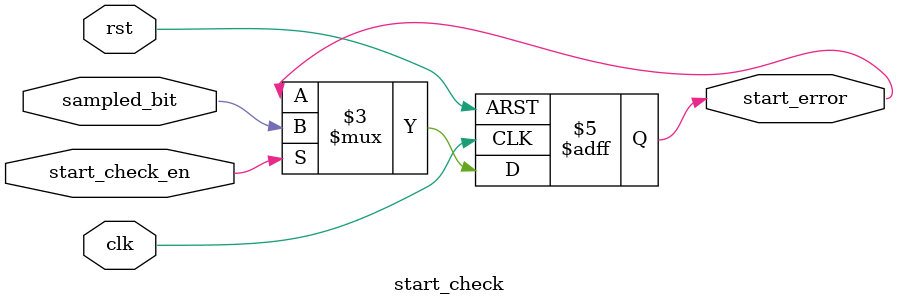
<source format=v>
`timescale 1ns / 1ps

 module start_check (clk, rst, sampled_bit, start_check_en, start_error);
    input clk, rst, sampled_bit;
    input start_check_en;
    
    output reg start_error;
    
    always @(posedge clk, negedge rst) begin
        if(!rst)
            start_error <= 1'b0;
    
        else if (start_check_en)
            start_error <= sampled_bit; // if sampled bit is 1 so there is an error
    end
 endmodule

</source>
